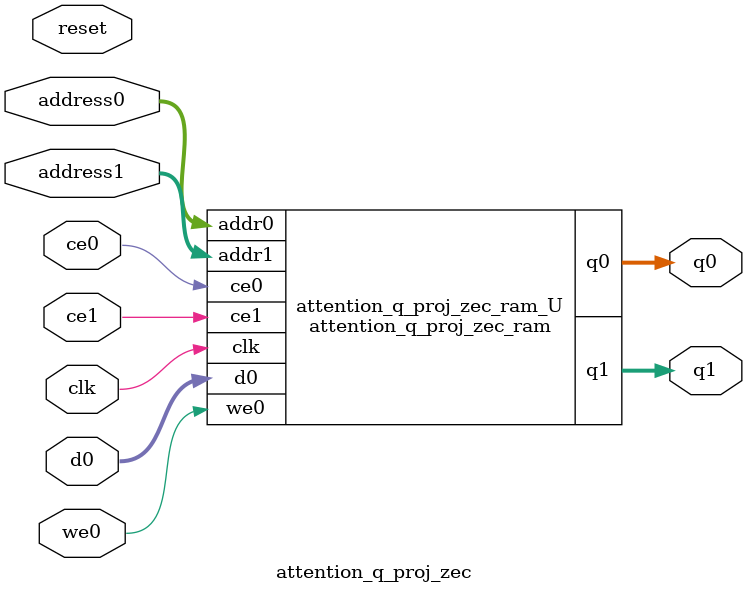
<source format=v>
`timescale 1 ns / 1 ps
module attention_q_proj_zec_ram (addr0, ce0, d0, we0, q0, addr1, ce1, q1,  clk);

parameter DWIDTH = 40;
parameter AWIDTH = 9;
parameter MEM_SIZE = 384;

input[AWIDTH-1:0] addr0;
input ce0;
input[DWIDTH-1:0] d0;
input we0;
output reg[DWIDTH-1:0] q0;
input[AWIDTH-1:0] addr1;
input ce1;
output reg[DWIDTH-1:0] q1;
input clk;

(* ram_style = "block" *)reg [DWIDTH-1:0] ram[0:MEM_SIZE-1];




always @(posedge clk)  
begin 
    if (ce0) begin
        if (we0) 
            ram[addr0] <= d0; 
        q0 <= ram[addr0];
    end
end


always @(posedge clk)  
begin 
    if (ce1) begin
        q1 <= ram[addr1];
    end
end


endmodule

`timescale 1 ns / 1 ps
module attention_q_proj_zec(
    reset,
    clk,
    address0,
    ce0,
    we0,
    d0,
    q0,
    address1,
    ce1,
    q1);

parameter DataWidth = 32'd40;
parameter AddressRange = 32'd384;
parameter AddressWidth = 32'd9;
input reset;
input clk;
input[AddressWidth - 1:0] address0;
input ce0;
input we0;
input[DataWidth - 1:0] d0;
output[DataWidth - 1:0] q0;
input[AddressWidth - 1:0] address1;
input ce1;
output[DataWidth - 1:0] q1;



attention_q_proj_zec_ram attention_q_proj_zec_ram_U(
    .clk( clk ),
    .addr0( address0 ),
    .ce0( ce0 ),
    .we0( we0 ),
    .d0( d0 ),
    .q0( q0 ),
    .addr1( address1 ),
    .ce1( ce1 ),
    .q1( q1 ));

endmodule


</source>
